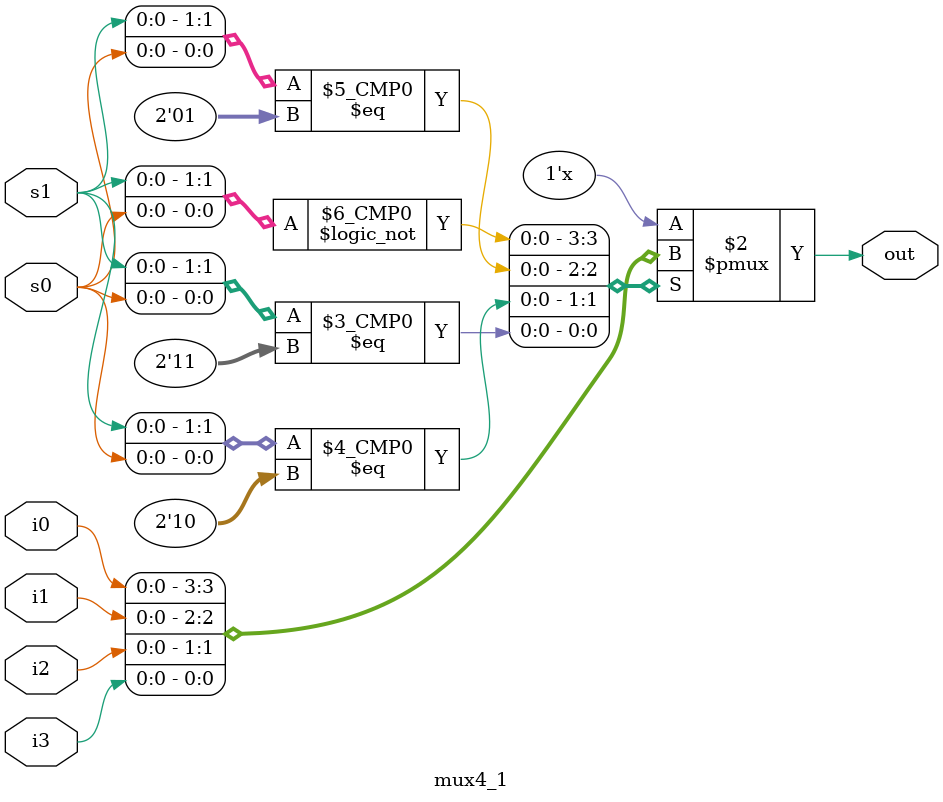
<source format=v>
`timescale 1ns / 1ps


module mux4_1(out,i0,i1,i2,i3,s1,s0);
output out;
input i0,i1,i2,i3;
input s1,s0;
reg out;
always @(s1 or s0 or i0 or i1 or i2 or i3)
begin
    case({s1,s0})
        2'b00:out = i0;
        2'b01:out = i1;
        2'b10:out = i2;
        2'b11:out = i3;
        default:out=1'bx;
    endcase
end
endmodule

</source>
